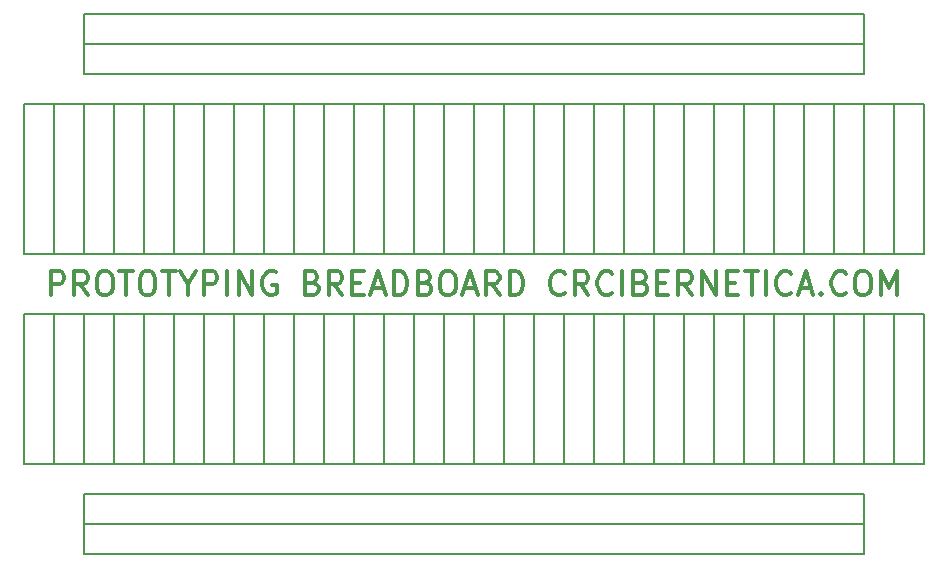
<source format=gbr>
G04 #@! TF.GenerationSoftware,KiCad,Pcbnew,(5.0.0)*
G04 #@! TF.CreationDate,2018-10-10T12:23:29-06:00*
G04 #@! TF.ProjectId,AltoidsPCB,416C746F6964735043422E6B69636164,rev?*
G04 #@! TF.SameCoordinates,Original*
G04 #@! TF.FileFunction,Legend,Top*
G04 #@! TF.FilePolarity,Positive*
%FSLAX46Y46*%
G04 Gerber Fmt 4.6, Leading zero omitted, Abs format (unit mm)*
G04 Created by KiCad (PCBNEW (5.0.0)) date 10/10/18 12:23:29*
%MOMM*%
%LPD*%
G01*
G04 APERTURE LIST*
%ADD10C,0.300000*%
%ADD11C,0.200000*%
G04 APERTURE END LIST*
D10*
X102620476Y-84724761D02*
X102620476Y-82724761D01*
X103382380Y-82724761D01*
X103572857Y-82820000D01*
X103668095Y-82915238D01*
X103763333Y-83105714D01*
X103763333Y-83391428D01*
X103668095Y-83581904D01*
X103572857Y-83677142D01*
X103382380Y-83772380D01*
X102620476Y-83772380D01*
X105763333Y-84724761D02*
X105096666Y-83772380D01*
X104620476Y-84724761D02*
X104620476Y-82724761D01*
X105382380Y-82724761D01*
X105572857Y-82820000D01*
X105668095Y-82915238D01*
X105763333Y-83105714D01*
X105763333Y-83391428D01*
X105668095Y-83581904D01*
X105572857Y-83677142D01*
X105382380Y-83772380D01*
X104620476Y-83772380D01*
X107001428Y-82724761D02*
X107382380Y-82724761D01*
X107572857Y-82820000D01*
X107763333Y-83010476D01*
X107858571Y-83391428D01*
X107858571Y-84058095D01*
X107763333Y-84439047D01*
X107572857Y-84629523D01*
X107382380Y-84724761D01*
X107001428Y-84724761D01*
X106810952Y-84629523D01*
X106620476Y-84439047D01*
X106525238Y-84058095D01*
X106525238Y-83391428D01*
X106620476Y-83010476D01*
X106810952Y-82820000D01*
X107001428Y-82724761D01*
X108430000Y-82724761D02*
X109572857Y-82724761D01*
X109001428Y-84724761D02*
X109001428Y-82724761D01*
X110620476Y-82724761D02*
X111001428Y-82724761D01*
X111191904Y-82820000D01*
X111382380Y-83010476D01*
X111477619Y-83391428D01*
X111477619Y-84058095D01*
X111382380Y-84439047D01*
X111191904Y-84629523D01*
X111001428Y-84724761D01*
X110620476Y-84724761D01*
X110430000Y-84629523D01*
X110239523Y-84439047D01*
X110144285Y-84058095D01*
X110144285Y-83391428D01*
X110239523Y-83010476D01*
X110430000Y-82820000D01*
X110620476Y-82724761D01*
X112049047Y-82724761D02*
X113191904Y-82724761D01*
X112620476Y-84724761D02*
X112620476Y-82724761D01*
X114239523Y-83772380D02*
X114239523Y-84724761D01*
X113572857Y-82724761D02*
X114239523Y-83772380D01*
X114906190Y-82724761D01*
X115572857Y-84724761D02*
X115572857Y-82724761D01*
X116334761Y-82724761D01*
X116525238Y-82820000D01*
X116620476Y-82915238D01*
X116715714Y-83105714D01*
X116715714Y-83391428D01*
X116620476Y-83581904D01*
X116525238Y-83677142D01*
X116334761Y-83772380D01*
X115572857Y-83772380D01*
X117572857Y-84724761D02*
X117572857Y-82724761D01*
X118525238Y-84724761D02*
X118525238Y-82724761D01*
X119668095Y-84724761D01*
X119668095Y-82724761D01*
X121668095Y-82820000D02*
X121477619Y-82724761D01*
X121191904Y-82724761D01*
X120906190Y-82820000D01*
X120715714Y-83010476D01*
X120620476Y-83200952D01*
X120525238Y-83581904D01*
X120525238Y-83867619D01*
X120620476Y-84248571D01*
X120715714Y-84439047D01*
X120906190Y-84629523D01*
X121191904Y-84724761D01*
X121382380Y-84724761D01*
X121668095Y-84629523D01*
X121763333Y-84534285D01*
X121763333Y-83867619D01*
X121382380Y-83867619D01*
X124810952Y-83677142D02*
X125096666Y-83772380D01*
X125191904Y-83867619D01*
X125287142Y-84058095D01*
X125287142Y-84343809D01*
X125191904Y-84534285D01*
X125096666Y-84629523D01*
X124906190Y-84724761D01*
X124144285Y-84724761D01*
X124144285Y-82724761D01*
X124810952Y-82724761D01*
X125001428Y-82820000D01*
X125096666Y-82915238D01*
X125191904Y-83105714D01*
X125191904Y-83296190D01*
X125096666Y-83486666D01*
X125001428Y-83581904D01*
X124810952Y-83677142D01*
X124144285Y-83677142D01*
X127287142Y-84724761D02*
X126620476Y-83772380D01*
X126144285Y-84724761D02*
X126144285Y-82724761D01*
X126906190Y-82724761D01*
X127096666Y-82820000D01*
X127191904Y-82915238D01*
X127287142Y-83105714D01*
X127287142Y-83391428D01*
X127191904Y-83581904D01*
X127096666Y-83677142D01*
X126906190Y-83772380D01*
X126144285Y-83772380D01*
X128144285Y-83677142D02*
X128810952Y-83677142D01*
X129096666Y-84724761D02*
X128144285Y-84724761D01*
X128144285Y-82724761D01*
X129096666Y-82724761D01*
X129858571Y-84153333D02*
X130810952Y-84153333D01*
X129668095Y-84724761D02*
X130334761Y-82724761D01*
X131001428Y-84724761D01*
X131668095Y-84724761D02*
X131668095Y-82724761D01*
X132144285Y-82724761D01*
X132430000Y-82820000D01*
X132620476Y-83010476D01*
X132715714Y-83200952D01*
X132810952Y-83581904D01*
X132810952Y-83867619D01*
X132715714Y-84248571D01*
X132620476Y-84439047D01*
X132430000Y-84629523D01*
X132144285Y-84724761D01*
X131668095Y-84724761D01*
X134334761Y-83677142D02*
X134620476Y-83772380D01*
X134715714Y-83867619D01*
X134810952Y-84058095D01*
X134810952Y-84343809D01*
X134715714Y-84534285D01*
X134620476Y-84629523D01*
X134430000Y-84724761D01*
X133668095Y-84724761D01*
X133668095Y-82724761D01*
X134334761Y-82724761D01*
X134525238Y-82820000D01*
X134620476Y-82915238D01*
X134715714Y-83105714D01*
X134715714Y-83296190D01*
X134620476Y-83486666D01*
X134525238Y-83581904D01*
X134334761Y-83677142D01*
X133668095Y-83677142D01*
X136049047Y-82724761D02*
X136430000Y-82724761D01*
X136620476Y-82820000D01*
X136810952Y-83010476D01*
X136906190Y-83391428D01*
X136906190Y-84058095D01*
X136810952Y-84439047D01*
X136620476Y-84629523D01*
X136430000Y-84724761D01*
X136049047Y-84724761D01*
X135858571Y-84629523D01*
X135668095Y-84439047D01*
X135572857Y-84058095D01*
X135572857Y-83391428D01*
X135668095Y-83010476D01*
X135858571Y-82820000D01*
X136049047Y-82724761D01*
X137668095Y-84153333D02*
X138620476Y-84153333D01*
X137477619Y-84724761D02*
X138144285Y-82724761D01*
X138810952Y-84724761D01*
X140620476Y-84724761D02*
X139953809Y-83772380D01*
X139477619Y-84724761D02*
X139477619Y-82724761D01*
X140239523Y-82724761D01*
X140430000Y-82820000D01*
X140525238Y-82915238D01*
X140620476Y-83105714D01*
X140620476Y-83391428D01*
X140525238Y-83581904D01*
X140430000Y-83677142D01*
X140239523Y-83772380D01*
X139477619Y-83772380D01*
X141477619Y-84724761D02*
X141477619Y-82724761D01*
X141953809Y-82724761D01*
X142239523Y-82820000D01*
X142430000Y-83010476D01*
X142525238Y-83200952D01*
X142620476Y-83581904D01*
X142620476Y-83867619D01*
X142525238Y-84248571D01*
X142430000Y-84439047D01*
X142239523Y-84629523D01*
X141953809Y-84724761D01*
X141477619Y-84724761D01*
X146144285Y-84534285D02*
X146049047Y-84629523D01*
X145763333Y-84724761D01*
X145572857Y-84724761D01*
X145287142Y-84629523D01*
X145096666Y-84439047D01*
X145001428Y-84248571D01*
X144906190Y-83867619D01*
X144906190Y-83581904D01*
X145001428Y-83200952D01*
X145096666Y-83010476D01*
X145287142Y-82820000D01*
X145572857Y-82724761D01*
X145763333Y-82724761D01*
X146049047Y-82820000D01*
X146144285Y-82915238D01*
X148144285Y-84724761D02*
X147477619Y-83772380D01*
X147001428Y-84724761D02*
X147001428Y-82724761D01*
X147763333Y-82724761D01*
X147953809Y-82820000D01*
X148049047Y-82915238D01*
X148144285Y-83105714D01*
X148144285Y-83391428D01*
X148049047Y-83581904D01*
X147953809Y-83677142D01*
X147763333Y-83772380D01*
X147001428Y-83772380D01*
X150144285Y-84534285D02*
X150049047Y-84629523D01*
X149763333Y-84724761D01*
X149572857Y-84724761D01*
X149287142Y-84629523D01*
X149096666Y-84439047D01*
X149001428Y-84248571D01*
X148906190Y-83867619D01*
X148906190Y-83581904D01*
X149001428Y-83200952D01*
X149096666Y-83010476D01*
X149287142Y-82820000D01*
X149572857Y-82724761D01*
X149763333Y-82724761D01*
X150049047Y-82820000D01*
X150144285Y-82915238D01*
X151001428Y-84724761D02*
X151001428Y-82724761D01*
X152620476Y-83677142D02*
X152906190Y-83772380D01*
X153001428Y-83867619D01*
X153096666Y-84058095D01*
X153096666Y-84343809D01*
X153001428Y-84534285D01*
X152906190Y-84629523D01*
X152715714Y-84724761D01*
X151953809Y-84724761D01*
X151953809Y-82724761D01*
X152620476Y-82724761D01*
X152810952Y-82820000D01*
X152906190Y-82915238D01*
X153001428Y-83105714D01*
X153001428Y-83296190D01*
X152906190Y-83486666D01*
X152810952Y-83581904D01*
X152620476Y-83677142D01*
X151953809Y-83677142D01*
X153953809Y-83677142D02*
X154620476Y-83677142D01*
X154906190Y-84724761D02*
X153953809Y-84724761D01*
X153953809Y-82724761D01*
X154906190Y-82724761D01*
X156906190Y-84724761D02*
X156239523Y-83772380D01*
X155763333Y-84724761D02*
X155763333Y-82724761D01*
X156525238Y-82724761D01*
X156715714Y-82820000D01*
X156810952Y-82915238D01*
X156906190Y-83105714D01*
X156906190Y-83391428D01*
X156810952Y-83581904D01*
X156715714Y-83677142D01*
X156525238Y-83772380D01*
X155763333Y-83772380D01*
X157763333Y-84724761D02*
X157763333Y-82724761D01*
X158906190Y-84724761D01*
X158906190Y-82724761D01*
X159858571Y-83677142D02*
X160525238Y-83677142D01*
X160810952Y-84724761D02*
X159858571Y-84724761D01*
X159858571Y-82724761D01*
X160810952Y-82724761D01*
X161382380Y-82724761D02*
X162525238Y-82724761D01*
X161953809Y-84724761D02*
X161953809Y-82724761D01*
X163191904Y-84724761D02*
X163191904Y-82724761D01*
X165287142Y-84534285D02*
X165191904Y-84629523D01*
X164906190Y-84724761D01*
X164715714Y-84724761D01*
X164430000Y-84629523D01*
X164239523Y-84439047D01*
X164144285Y-84248571D01*
X164049047Y-83867619D01*
X164049047Y-83581904D01*
X164144285Y-83200952D01*
X164239523Y-83010476D01*
X164430000Y-82820000D01*
X164715714Y-82724761D01*
X164906190Y-82724761D01*
X165191904Y-82820000D01*
X165287142Y-82915238D01*
X166049047Y-84153333D02*
X167001428Y-84153333D01*
X165858571Y-84724761D02*
X166525238Y-82724761D01*
X167191904Y-84724761D01*
X167858571Y-84534285D02*
X167953809Y-84629523D01*
X167858571Y-84724761D01*
X167763333Y-84629523D01*
X167858571Y-84534285D01*
X167858571Y-84724761D01*
X169953809Y-84534285D02*
X169858571Y-84629523D01*
X169572857Y-84724761D01*
X169382380Y-84724761D01*
X169096666Y-84629523D01*
X168906190Y-84439047D01*
X168810952Y-84248571D01*
X168715714Y-83867619D01*
X168715714Y-83581904D01*
X168810952Y-83200952D01*
X168906190Y-83010476D01*
X169096666Y-82820000D01*
X169382380Y-82724761D01*
X169572857Y-82724761D01*
X169858571Y-82820000D01*
X169953809Y-82915238D01*
X171191904Y-82724761D02*
X171572857Y-82724761D01*
X171763333Y-82820000D01*
X171953809Y-83010476D01*
X172049047Y-83391428D01*
X172049047Y-84058095D01*
X171953809Y-84439047D01*
X171763333Y-84629523D01*
X171572857Y-84724761D01*
X171191904Y-84724761D01*
X171001428Y-84629523D01*
X170810952Y-84439047D01*
X170715714Y-84058095D01*
X170715714Y-83391428D01*
X170810952Y-83010476D01*
X171001428Y-82820000D01*
X171191904Y-82724761D01*
X172906190Y-84724761D02*
X172906190Y-82724761D01*
X173572857Y-84153333D01*
X174239523Y-82724761D01*
X174239523Y-84724761D01*
D11*
X135890000Y-81280000D02*
X135890000Y-68580000D01*
X120650000Y-81280000D02*
X120650000Y-68580000D01*
X171450000Y-81280000D02*
X171450000Y-68580000D01*
X168910000Y-81280000D02*
X168910000Y-68580000D01*
X161290000Y-81280000D02*
X161290000Y-68580000D01*
X128270000Y-81280000D02*
X128270000Y-68580000D01*
X158750000Y-81280000D02*
X158750000Y-68580000D01*
X133350000Y-81280000D02*
X133350000Y-68580000D01*
X151130000Y-81280000D02*
X151130000Y-68580000D01*
X148590000Y-81280000D02*
X148590000Y-68580000D01*
X138430000Y-81280000D02*
X138430000Y-68580000D01*
X156210000Y-81280000D02*
X156210000Y-68580000D01*
X140970000Y-81280000D02*
X140970000Y-68580000D01*
X153670000Y-81280000D02*
X153670000Y-68580000D01*
X146050000Y-81280000D02*
X146050000Y-68580000D01*
X125730000Y-81280000D02*
X125730000Y-68580000D01*
X130810000Y-81280000D02*
X130810000Y-68580000D01*
X123190000Y-81280000D02*
X123190000Y-68580000D01*
X102870000Y-68580000D02*
X105410000Y-68580000D01*
X173990000Y-81280000D02*
X173990000Y-68580000D01*
X166370000Y-81280000D02*
X166370000Y-68580000D01*
X163830000Y-81280000D02*
X163830000Y-68580000D01*
X143510000Y-81280000D02*
X143510000Y-68580000D01*
X105410000Y-68580000D02*
X107950000Y-68580000D01*
X161290000Y-68580000D02*
X163830000Y-68580000D01*
X138430000Y-68580000D02*
X140970000Y-68580000D01*
X107950000Y-68580000D02*
X110490000Y-68580000D01*
X146050000Y-68580000D02*
X148590000Y-68580000D01*
X156210000Y-68580000D02*
X158750000Y-68580000D01*
X120650000Y-68580000D02*
X123190000Y-68580000D01*
X128270000Y-68580000D02*
X130810000Y-68580000D01*
X166370000Y-68580000D02*
X168910000Y-68580000D01*
X148590000Y-68580000D02*
X151130000Y-68580000D01*
X130810000Y-68580000D02*
X133350000Y-68580000D01*
X125730000Y-68580000D02*
X128270000Y-68580000D01*
X171450000Y-68580000D02*
X173990000Y-68580000D01*
X135890000Y-68580000D02*
X138430000Y-68580000D01*
X115570000Y-68580000D02*
X118110000Y-68580000D01*
X173990000Y-68580000D02*
X176530000Y-68580000D01*
X151130000Y-68580000D02*
X153670000Y-68580000D01*
X143510000Y-68580000D02*
X146050000Y-68580000D01*
X123190000Y-68580000D02*
X125730000Y-68580000D01*
X118110000Y-68580000D02*
X120650000Y-68580000D01*
X113030000Y-68580000D02*
X115570000Y-68580000D01*
X153670000Y-68580000D02*
X156210000Y-68580000D01*
X168910000Y-68580000D02*
X171450000Y-68580000D01*
X158750000Y-68580000D02*
X161290000Y-68580000D01*
X163830000Y-68580000D02*
X166370000Y-68580000D01*
X133350000Y-68580000D02*
X135890000Y-68580000D01*
X140970000Y-68580000D02*
X143510000Y-68580000D01*
X110490000Y-68580000D02*
X113030000Y-68580000D01*
X123190000Y-68580000D02*
X123190000Y-81280000D01*
X113030000Y-68580000D02*
X113030000Y-81280000D01*
X151130000Y-68580000D02*
X151130000Y-81280000D01*
X148590000Y-68580000D02*
X148590000Y-81280000D01*
X146050000Y-68580000D02*
X146050000Y-81280000D01*
X143510000Y-68580000D02*
X143510000Y-81280000D01*
X140970000Y-68580000D02*
X140970000Y-81280000D01*
X138430000Y-68580000D02*
X138430000Y-81280000D01*
X135890000Y-68580000D02*
X135890000Y-81280000D01*
X133350000Y-68580000D02*
X133350000Y-81280000D01*
X118110000Y-68580000D02*
X118110000Y-81280000D01*
X107950000Y-68580000D02*
X107950000Y-81280000D01*
X130810000Y-68580000D02*
X130810000Y-81280000D01*
X120650000Y-68580000D02*
X120650000Y-81280000D01*
X128270000Y-68580000D02*
X128270000Y-81280000D01*
X125730000Y-68580000D02*
X125730000Y-81280000D01*
X115570000Y-68580000D02*
X115570000Y-81280000D01*
X110490000Y-68580000D02*
X110490000Y-81280000D01*
X105410000Y-68580000D02*
X105410000Y-81280000D01*
X156210000Y-68580000D02*
X156210000Y-81280000D01*
X110490000Y-81280000D02*
X107950000Y-81280000D01*
X161290000Y-68580000D02*
X161290000Y-81280000D01*
X107950000Y-81280000D02*
X105410000Y-81280000D01*
X173990000Y-68580000D02*
X173990000Y-81280000D01*
X168910000Y-68580000D02*
X168910000Y-81280000D01*
X158750000Y-68580000D02*
X158750000Y-81280000D01*
X125730000Y-81280000D02*
X123190000Y-81280000D01*
X163830000Y-68580000D02*
X163830000Y-81280000D01*
X176530000Y-68580000D02*
X176530000Y-81280000D01*
X153670000Y-68580000D02*
X153670000Y-81280000D01*
X171450000Y-68580000D02*
X171450000Y-81280000D01*
X118110000Y-81280000D02*
X115570000Y-81280000D01*
X166370000Y-68580000D02*
X166370000Y-81280000D01*
X135890000Y-81280000D02*
X133350000Y-81280000D01*
X133350000Y-81280000D02*
X130810000Y-81280000D01*
X130810000Y-81280000D02*
X128270000Y-81280000D01*
X123190000Y-81280000D02*
X120650000Y-81280000D01*
X120650000Y-81280000D02*
X118110000Y-81280000D01*
X115570000Y-81280000D02*
X113030000Y-81280000D01*
X113030000Y-81280000D02*
X110490000Y-81280000D01*
X105410000Y-81280000D02*
X102870000Y-81280000D01*
X128270000Y-81280000D02*
X125730000Y-81280000D01*
X118110000Y-81280000D02*
X118110000Y-68580000D01*
X115570000Y-81280000D02*
X115570000Y-68580000D01*
X173990000Y-81280000D02*
X171450000Y-81280000D01*
X113030000Y-81280000D02*
X113030000Y-68580000D01*
X110490000Y-81280000D02*
X110490000Y-68580000D01*
X102870000Y-81280000D02*
X102870000Y-68580000D01*
X163830000Y-81280000D02*
X161290000Y-81280000D01*
X107950000Y-81280000D02*
X107950000Y-68580000D01*
X105410000Y-81280000D02*
X105410000Y-68580000D01*
X140970000Y-81280000D02*
X138430000Y-81280000D01*
X166370000Y-81280000D02*
X163830000Y-81280000D01*
X161290000Y-81280000D02*
X158750000Y-81280000D01*
X158750000Y-81280000D02*
X156210000Y-81280000D01*
X143510000Y-81280000D02*
X140970000Y-81280000D01*
X171450000Y-81280000D02*
X168910000Y-81280000D01*
X138430000Y-81280000D02*
X135890000Y-81280000D01*
X153670000Y-81280000D02*
X151130000Y-81280000D01*
X176530000Y-81280000D02*
X173990000Y-81280000D01*
X168910000Y-81280000D02*
X166370000Y-81280000D01*
X156210000Y-81280000D02*
X153670000Y-81280000D01*
X151130000Y-81280000D02*
X148590000Y-81280000D01*
X148590000Y-81280000D02*
X146050000Y-81280000D01*
X146050000Y-81280000D02*
X143510000Y-81280000D01*
X100330000Y-68580000D02*
X102870000Y-68580000D01*
X100330000Y-81280000D02*
X100330000Y-68580000D01*
X102870000Y-81280000D02*
X100330000Y-81280000D01*
X102870000Y-68580000D02*
X102870000Y-81280000D01*
X173990000Y-86360000D02*
X176530000Y-86360000D01*
X171450000Y-86360000D02*
X173990000Y-86360000D01*
X168910000Y-86360000D02*
X171450000Y-86360000D01*
X166370000Y-86360000D02*
X168910000Y-86360000D01*
X163830000Y-86360000D02*
X166370000Y-86360000D01*
X161290000Y-86360000D02*
X163830000Y-86360000D01*
X158750000Y-86360000D02*
X161290000Y-86360000D01*
X156210000Y-86360000D02*
X158750000Y-86360000D01*
X153670000Y-86360000D02*
X156210000Y-86360000D01*
X151130000Y-86360000D02*
X153670000Y-86360000D01*
X148590000Y-86360000D02*
X151130000Y-86360000D01*
X146050000Y-86360000D02*
X148590000Y-86360000D01*
X143510000Y-86360000D02*
X146050000Y-86360000D01*
X140970000Y-86360000D02*
X143510000Y-86360000D01*
X138430000Y-86360000D02*
X140970000Y-86360000D01*
X135890000Y-86360000D02*
X138430000Y-86360000D01*
X133350000Y-86360000D02*
X135890000Y-86360000D01*
X130810000Y-86360000D02*
X133350000Y-86360000D01*
X128270000Y-86360000D02*
X130810000Y-86360000D01*
X125730000Y-86360000D02*
X128270000Y-86360000D01*
X123190000Y-86360000D02*
X125730000Y-86360000D01*
X120650000Y-86360000D02*
X123190000Y-86360000D01*
X118110000Y-86360000D02*
X120650000Y-86360000D01*
X115570000Y-86360000D02*
X118110000Y-86360000D01*
X113030000Y-86360000D02*
X115570000Y-86360000D01*
X110490000Y-86360000D02*
X113030000Y-86360000D01*
X107950000Y-86360000D02*
X110490000Y-86360000D01*
X105410000Y-86360000D02*
X107950000Y-86360000D01*
X102870000Y-86360000D02*
X105410000Y-86360000D01*
X173990000Y-99060000D02*
X173990000Y-86360000D01*
X171450000Y-99060000D02*
X171450000Y-86360000D01*
X168910000Y-99060000D02*
X168910000Y-86360000D01*
X166370000Y-99060000D02*
X166370000Y-86360000D01*
X163830000Y-99060000D02*
X163830000Y-86360000D01*
X161290000Y-99060000D02*
X161290000Y-86360000D01*
X158750000Y-99060000D02*
X158750000Y-86360000D01*
X156210000Y-99060000D02*
X156210000Y-86360000D01*
X153670000Y-99060000D02*
X153670000Y-86360000D01*
X151130000Y-99060000D02*
X151130000Y-86360000D01*
X148590000Y-99060000D02*
X148590000Y-86360000D01*
X146050000Y-99060000D02*
X146050000Y-86360000D01*
X143510000Y-99060000D02*
X143510000Y-86360000D01*
X140970000Y-99060000D02*
X140970000Y-86360000D01*
X138430000Y-99060000D02*
X138430000Y-86360000D01*
X135890000Y-99060000D02*
X135890000Y-86360000D01*
X133350000Y-99060000D02*
X133350000Y-86360000D01*
X130810000Y-99060000D02*
X130810000Y-86360000D01*
X128270000Y-99060000D02*
X128270000Y-86360000D01*
X125730000Y-99060000D02*
X125730000Y-86360000D01*
X123190000Y-99060000D02*
X123190000Y-86360000D01*
X120650000Y-99060000D02*
X120650000Y-86360000D01*
X118110000Y-99060000D02*
X118110000Y-86360000D01*
X115570000Y-99060000D02*
X115570000Y-86360000D01*
X113030000Y-99060000D02*
X113030000Y-86360000D01*
X110490000Y-99060000D02*
X110490000Y-86360000D01*
X107950000Y-99060000D02*
X107950000Y-86360000D01*
X105410000Y-99060000D02*
X105410000Y-86360000D01*
X102870000Y-99060000D02*
X102870000Y-86360000D01*
X176530000Y-99060000D02*
X173990000Y-99060000D01*
X173990000Y-99060000D02*
X171450000Y-99060000D01*
X171450000Y-99060000D02*
X168910000Y-99060000D01*
X168910000Y-99060000D02*
X166370000Y-99060000D01*
X166370000Y-99060000D02*
X163830000Y-99060000D01*
X163830000Y-99060000D02*
X161290000Y-99060000D01*
X161290000Y-99060000D02*
X158750000Y-99060000D01*
X158750000Y-99060000D02*
X156210000Y-99060000D01*
X156210000Y-99060000D02*
X153670000Y-99060000D01*
X153670000Y-99060000D02*
X151130000Y-99060000D01*
X151130000Y-99060000D02*
X148590000Y-99060000D01*
X148590000Y-99060000D02*
X146050000Y-99060000D01*
X146050000Y-99060000D02*
X143510000Y-99060000D01*
X143510000Y-99060000D02*
X140970000Y-99060000D01*
X140970000Y-99060000D02*
X138430000Y-99060000D01*
X138430000Y-99060000D02*
X135890000Y-99060000D01*
X135890000Y-99060000D02*
X133350000Y-99060000D01*
X133350000Y-99060000D02*
X130810000Y-99060000D01*
X130810000Y-99060000D02*
X128270000Y-99060000D01*
X128270000Y-99060000D02*
X125730000Y-99060000D01*
X125730000Y-99060000D02*
X123190000Y-99060000D01*
X123190000Y-99060000D02*
X120650000Y-99060000D01*
X120650000Y-99060000D02*
X118110000Y-99060000D01*
X118110000Y-99060000D02*
X115570000Y-99060000D01*
X115570000Y-99060000D02*
X113030000Y-99060000D01*
X113030000Y-99060000D02*
X110490000Y-99060000D01*
X110490000Y-99060000D02*
X107950000Y-99060000D01*
X107950000Y-99060000D02*
X105410000Y-99060000D01*
X105410000Y-99060000D02*
X102870000Y-99060000D01*
X176530000Y-86360000D02*
X176530000Y-99060000D01*
X173990000Y-86360000D02*
X173990000Y-99060000D01*
X171450000Y-86360000D02*
X171450000Y-99060000D01*
X168910000Y-86360000D02*
X168910000Y-99060000D01*
X166370000Y-86360000D02*
X166370000Y-99060000D01*
X163830000Y-86360000D02*
X163830000Y-99060000D01*
X161290000Y-86360000D02*
X161290000Y-99060000D01*
X158750000Y-86360000D02*
X158750000Y-99060000D01*
X156210000Y-86360000D02*
X156210000Y-99060000D01*
X153670000Y-86360000D02*
X153670000Y-99060000D01*
X151130000Y-86360000D02*
X151130000Y-99060000D01*
X148590000Y-86360000D02*
X148590000Y-99060000D01*
X146050000Y-86360000D02*
X146050000Y-99060000D01*
X143510000Y-86360000D02*
X143510000Y-99060000D01*
X140970000Y-86360000D02*
X140970000Y-99060000D01*
X138430000Y-86360000D02*
X138430000Y-99060000D01*
X135890000Y-86360000D02*
X135890000Y-99060000D01*
X133350000Y-86360000D02*
X133350000Y-99060000D01*
X130810000Y-86360000D02*
X130810000Y-99060000D01*
X128270000Y-86360000D02*
X128270000Y-99060000D01*
X125730000Y-86360000D02*
X125730000Y-99060000D01*
X123190000Y-86360000D02*
X123190000Y-99060000D01*
X120650000Y-86360000D02*
X120650000Y-99060000D01*
X118110000Y-86360000D02*
X118110000Y-99060000D01*
X115570000Y-86360000D02*
X115570000Y-99060000D01*
X113030000Y-86360000D02*
X113030000Y-99060000D01*
X110490000Y-86360000D02*
X110490000Y-99060000D01*
X107950000Y-86360000D02*
X107950000Y-99060000D01*
X105410000Y-86360000D02*
X105410000Y-99060000D01*
X100330000Y-99060000D02*
X100330000Y-86360000D01*
X102870000Y-99060000D02*
X100330000Y-99060000D01*
X102870000Y-86360000D02*
X102870000Y-99060000D01*
X100330000Y-86360000D02*
X102870000Y-86360000D01*
X105410000Y-104140000D02*
X171450000Y-104140000D01*
X105410000Y-106680000D02*
X105410000Y-101600000D01*
X171450000Y-106680000D02*
X105410000Y-106680000D01*
X171450000Y-101600000D02*
X171450000Y-106680000D01*
X105410000Y-101600000D02*
X171450000Y-101600000D01*
X105410000Y-66040000D02*
X105410000Y-63500000D01*
X171450000Y-66040000D02*
X105410000Y-66040000D01*
X171450000Y-63500000D02*
X171450000Y-66040000D01*
X171450000Y-60960000D02*
X171450000Y-63500000D01*
X105410000Y-60960000D02*
X171450000Y-60960000D01*
X105410000Y-63500000D02*
X105410000Y-60960000D01*
X105410000Y-63500000D02*
X171450000Y-63500000D01*
M02*

</source>
